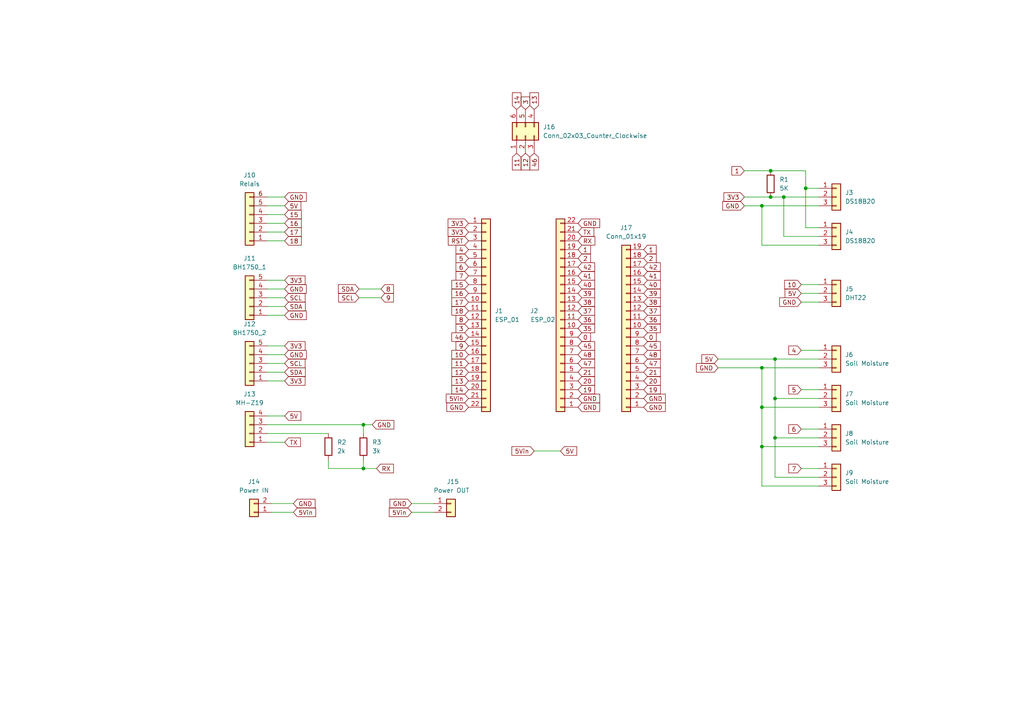
<source format=kicad_sch>
(kicad_sch (version 20211123) (generator eeschema)
  (paper "A4")
  (title_block (title "Geen Asisstant ESP Shield") (date "2025-06-24") (rev "1.0") (comment 1 "Author: Felix Wittwer"))
  (lib_symbols
    (symbol "Conn_01x22_1" (pin_names (offset 1.016) hide)
      (property "Reference" "J" (at 0 27.94 0))
      (property "Value" "Conn_01x22_1" (at 0 -30.48 0))
      (symbol "Conn_01x22_1_1_1"
        (rectangle (start -1.27 -27.813) (end 0 -28.067) (stroke (width 0.1524)))
        (rectangle (start -1.27 -25.273) (end 0 -25.527) (stroke (width 0.1524)))
        (rectangle (start -1.27 -22.733) (end 0 -22.987) (stroke (width 0.1524)))
        (rectangle (start -1.27 -20.193) (end 0 -20.447) (stroke (width 0.1524)))
        (rectangle (start -1.27 -17.653) (end 0 -17.907) (stroke (width 0.1524)))
        (rectangle (start -1.27 -15.113) (end 0 -15.367) (stroke (width 0.1524)))
        (rectangle (start -1.27 -12.573) (end 0 -12.827) (stroke (width 0.1524)))
        (rectangle (start -1.27 -10.033) (end 0 -10.287) (stroke (width 0.1524)))
        (rectangle (start -1.27 -7.493) (end 0 -7.747) (stroke (width 0.1524)))
        (rectangle (start -1.27 -4.953) (end 0 -5.207) (stroke (width 0.1524)))
        (rectangle (start -1.27 -2.413) (end 0 -2.667) (stroke (width 0.1524)))
        (rectangle (start -1.27 0.127) (end 0 -0.127) (stroke (width 0.1524)))
        (rectangle (start -1.27 2.667) (end 0 2.413) (stroke (width 0.1524)))
        (rectangle (start -1.27 5.207) (end 0 4.953) (stroke (width 0.1524)))
        (rectangle (start -1.27 7.747) (end 0 7.493) (stroke (width 0.1524)))
        (rectangle (start -1.27 10.287) (end 0 10.033) (stroke (width 0.1524)))
        (rectangle (start -1.27 12.827) (end 0 12.573) (stroke (width 0.1524)))
        (rectangle (start -1.27 15.367) (end 0 15.113) (stroke (width 0.1524)))
        (rectangle (start -1.27 17.907) (end 0 17.653) (stroke (width 0.1524)))
        (rectangle (start -1.27 20.447) (end 0 20.193) (stroke (width 0.1524)))
        (rectangle (start -1.27 22.987) (end 0 22.733) (stroke (width 0.1524)))
        (rectangle (start -1.27 25.527) (end 0 25.273) (stroke (width 0.1524)))
        (rectangle (start -1.27 26.67) (end 1.27 -29.21) (stroke (width 0.254)) (fill (type background)))
        (pin passive line (at -5.08 25.4 0) (length 3.81) (name "Pin_1") (number "1"))
        (pin passive line (at -5.08 2.54 0) (length 3.81) (name "Pin_10") (number "10"))
        (pin passive line (at -5.08 0 0) (length 3.81) (name "Pin_11") (number "11"))
        (pin passive line (at -5.08 -2.54 0) (length 3.81) (name "Pin_12") (number "12"))
        (pin passive line (at -5.08 -5.08 0) (length 3.81) (name "Pin_13") (number "13"))
        (pin passive line (at -5.08 -7.62 0) (length 3.81) (name "Pin_14") (number "14"))
        (pin passive line (at -5.08 -10.16 0) (length 3.81) (name "Pin_15") (number "15"))
        (pin passive line (at -5.08 -12.7 0) (length 3.81) (name "Pin_16") (number "16"))
        (pin passive line (at -5.08 -15.24 0) (length 3.81) (name "Pin_17") (number "17"))
        (pin passive line (at -5.08 -17.78 0) (length 3.81) (name "Pin_18") (number "18"))
        (pin passive line (at -5.08 -20.32 0) (length 3.81) (name "Pin_19") (number "19"))
        (pin passive line (at -5.08 22.86 0) (length 3.81) (name "Pin_2") (number "2"))
        (pin passive line (at -5.08 -22.86 0) (length 3.81) (name "Pin_20") (number "20"))
        (pin passive line (at -5.08 -25.4 0) (length 3.81) (name "Pin_21") (number "21"))
        (pin passive line (at -5.08 -27.94 0) (length 3.81) (name "Pin_22") (number "22"))
        (pin passive line (at -5.08 20.32 0) (length 3.81) (name "Pin_3") (number "3"))
        (pin passive line (at -5.08 17.78 0) (length 3.81) (name "Pin_4") (number "4"))
        (pin passive line (at -5.08 15.24 0) (length 3.81) (name "Pin_5") (number "5"))
        (pin passive line (at -5.08 12.7 0) (length 3.81) (name "Pin_6") (number "6"))
        (pin passive line (at -5.08 10.16 0) (length 3.81) (name "Pin_7") (number "7"))
        (pin passive line (at -5.08 7.62 0) (length 3.81) (name "Pin_8") (number "8"))
        (pin passive line (at -5.08 5.08 0) (length 3.81) (name "Pin_9") (number "9"))
      )
    )
    (symbol "Connector_Generic:Conn_01x02" (pin_names (offset 1.016) hide)
      (property "Reference" "J" (at 0 2.54 0))
      (property "Value" "Conn_01x02" (at 0 -5.08 0))
      (symbol "Conn_01x02_1_1"
        (rectangle (start -1.27 -2.413) (end 0 -2.667) (stroke (width 0.1524)))
        (rectangle (start -1.27 0.127) (end 0 -0.127) (stroke (width 0.1524)))
        (rectangle (start -1.27 1.27) (end 1.27 -3.81) (stroke (width 0.254)) (fill (type background)))
        (pin passive line (at -5.08 0 0) (length 3.81) (name "Pin_1") (number "1"))
        (pin passive line (at -5.08 -2.54 0) (length 3.81) (name "Pin_2") (number "2"))
      )
    )
    (symbol "Connector_Generic:Conn_01x03" (pin_names (offset 1.016) hide)
      (property "Reference" "J" (at 0 5.08 0))
      (property "Value" "Conn_01x03" (at 0 -5.08 0))
      (symbol "Conn_01x03_1_1"
        (rectangle (start -1.27 -2.413) (end 0 -2.667) (stroke (width 0.1524)))
        (rectangle (start -1.27 0.127) (end 0 -0.127) (stroke (width 0.1524)))
        (rectangle (start -1.27 2.667) (end 0 2.413) (stroke (width 0.1524)))
        (rectangle (start -1.27 3.81) (end 1.27 -3.81) (stroke (width 0.254)) (fill (type background)))
        (pin passive line (at -5.08 2.54 0) (length 3.81) (name "Pin_1") (number "1"))
        (pin passive line (at -5.08 0 0) (length 3.81) (name "Pin_2") (number "2"))
        (pin passive line (at -5.08 -2.54 0) (length 3.81) (name "Pin_3") (number "3"))
      )
    )
    (symbol "Connector_Generic:Conn_01x04" (pin_names (offset 1.016) hide)
      (property "Reference" "J" (at 0 5.08 0))
      (property "Value" "Conn_01x04" (at 0 -7.62 0))
      (symbol "Conn_01x04_1_1"
        (rectangle (start -1.27 -4.953) (end 0 -5.207) (stroke (width 0.1524)))
        (rectangle (start -1.27 -2.413) (end 0 -2.667) (stroke (width 0.1524)))
        (rectangle (start -1.27 0.127) (end 0 -0.127) (stroke (width 0.1524)))
        (rectangle (start -1.27 2.667) (end 0 2.413) (stroke (width 0.1524)))
        (rectangle (start -1.27 3.81) (end 1.27 -6.35) (stroke (width 0.254)) (fill (type background)))
        (pin passive line (at -5.08 2.54 0) (length 3.81) (name "Pin_1") (number "1"))
        (pin passive line (at -5.08 0 0) (length 3.81) (name "Pin_2") (number "2"))
        (pin passive line (at -5.08 -2.54 0) (length 3.81) (name "Pin_3") (number "3"))
        (pin passive line (at -5.08 -5.08 0) (length 3.81) (name "Pin_4") (number "4"))
      )
    )
    (symbol "Connector_Generic:Conn_01x05" (pin_names (offset 1.016) hide)
      (property "Reference" "J" (at 0 7.62 0))
      (property "Value" "Conn_01x05" (at 0 -7.62 0))
      (symbol "Conn_01x05_1_1"
        (rectangle (start -1.27 -4.953) (end 0 -5.207) (stroke (width 0.1524)))
        (rectangle (start -1.27 -2.413) (end 0 -2.667) (stroke (width 0.1524)))
        (rectangle (start -1.27 0.127) (end 0 -0.127) (stroke (width 0.1524)))
        (rectangle (start -1.27 2.667) (end 0 2.413) (stroke (width 0.1524)))
        (rectangle (start -1.27 5.207) (end 0 4.953) (stroke (width 0.1524)))
        (rectangle (start -1.27 6.35) (end 1.27 -6.35) (stroke (width 0.254)) (fill (type background)))
        (pin passive line (at -5.08 5.08 0) (length 3.81) (name "Pin_1") (number "1"))
        (pin passive line (at -5.08 2.54 0) (length 3.81) (name "Pin_2") (number "2"))
        (pin passive line (at -5.08 0 0) (length 3.81) (name "Pin_3") (number "3"))
        (pin passive line (at -5.08 -2.54 0) (length 3.81) (name "Pin_4") (number "4"))
        (pin passive line (at -5.08 -5.08 0) (length 3.81) (name "Pin_5") (number "5"))
      )
    )
    (symbol "Connector_Generic:Conn_01x06" (pin_names (offset 1.016) hide)
      (property "Reference" "J" (at 0 7.62 0))
      (property "Value" "Conn_01x06" (at 0 -10.16 0))
      (symbol "Conn_01x06_1_1"
        (rectangle (start -1.27 -7.493) (end 0 -7.747) (stroke (width 0.1524)))
        (rectangle (start -1.27 -4.953) (end 0 -5.207) (stroke (width 0.1524)))
        (rectangle (start -1.27 -2.413) (end 0 -2.667) (stroke (width 0.1524)))
        (rectangle (start -1.27 0.127) (end 0 -0.127) (stroke (width 0.1524)))
        (rectangle (start -1.27 2.667) (end 0 2.413) (stroke (width 0.1524)))
        (rectangle (start -1.27 5.207) (end 0 4.953) (stroke (width 0.1524)))
        (rectangle (start -1.27 6.35) (end 1.27 -8.89) (stroke (width 0.254)) (fill (type background)))
        (pin passive line (at -5.08 5.08 0) (length 3.81) (name "Pin_1") (number "1"))
        (pin passive line (at -5.08 2.54 0) (length 3.81) (name "Pin_2") (number "2"))
        (pin passive line (at -5.08 0 0) (length 3.81) (name "Pin_3") (number "3"))
        (pin passive line (at -5.08 -2.54 0) (length 3.81) (name "Pin_4") (number "4"))
        (pin passive line (at -5.08 -5.08 0) (length 3.81) (name "Pin_5") (number "5"))
        (pin passive line (at -5.08 -7.62 0) (length 3.81) (name "Pin_6") (number "6"))
      )
    )
    (symbol "Connector_Generic:Conn_01x19" (pin_names (offset 1.016) hide)
      (property "Reference" "J" (at 0 25.4 0))
      (property "Value" "Conn_01x19" (at 0 -25.4 0))
      (symbol "Conn_01x19_1_1"
        (rectangle (start -1.27 -22.733) (end 0 -22.987) (stroke (width 0.1524)))
        (rectangle (start -1.27 -20.193) (end 0 -20.447) (stroke (width 0.1524)))
        (rectangle (start -1.27 -17.653) (end 0 -17.907) (stroke (width 0.1524)))
        (rectangle (start -1.27 -15.113) (end 0 -15.367) (stroke (width 0.1524)))
        (rectangle (start -1.27 -12.573) (end 0 -12.827) (stroke (width 0.1524)))
        (rectangle (start -1.27 -10.033) (end 0 -10.287) (stroke (width 0.1524)))
        (rectangle (start -1.27 -7.493) (end 0 -7.747) (stroke (width 0.1524)))
        (rectangle (start -1.27 -4.953) (end 0 -5.207) (stroke (width 0.1524)))
        (rectangle (start -1.27 -2.413) (end 0 -2.667) (stroke (width 0.1524)))
        (rectangle (start -1.27 0.127) (end 0 -0.127) (stroke (width 0.1524)))
        (rectangle (start -1.27 2.667) (end 0 2.413) (stroke (width 0.1524)))
        (rectangle (start -1.27 5.207) (end 0 4.953) (stroke (width 0.1524)))
        (rectangle (start -1.27 7.747) (end 0 7.493) (stroke (width 0.1524)))
        (rectangle (start -1.27 10.287) (end 0 10.033) (stroke (width 0.1524)))
        (rectangle (start -1.27 12.827) (end 0 12.573) (stroke (width 0.1524)))
        (rectangle (start -1.27 15.367) (end 0 15.113) (stroke (width 0.1524)))
        (rectangle (start -1.27 17.907) (end 0 17.653) (stroke (width 0.1524)))
        (rectangle (start -1.27 20.447) (end 0 20.193) (stroke (width 0.1524)))
        (rectangle (start -1.27 22.987) (end 0 22.733) (stroke (width 0.1524)))
        (rectangle (start -1.27 24.13) (end 1.27 -24.13) (stroke (width 0.254)) (fill (type background)))
        (pin passive line (at -5.08 22.86 0) (length 3.81) (name "Pin_1") (number "1"))
        (pin passive line (at -5.08 0 0) (length 3.81) (name "Pin_10") (number "10"))
        (pin passive line (at -5.08 -2.54 0) (length 3.81) (name "Pin_11") (number "11"))
        (pin passive line (at -5.08 -5.08 0) (length 3.81) (name "Pin_12") (number "12"))
        (pin passive line (at -5.08 -7.62 0) (length 3.81) (name "Pin_13") (number "13"))
        (pin passive line (at -5.08 -10.16 0) (length 3.81) (name "Pin_14") (number "14"))
        (pin passive line (at -5.08 -12.7 0) (length 3.81) (name "Pin_15") (number "15"))
        (pin passive line (at -5.08 -15.24 0) (length 3.81) (name "Pin_16") (number "16"))
        (pin passive line (at -5.08 -17.78 0) (length 3.81) (name "Pin_17") (number "17"))
        (pin passive line (at -5.08 -20.32 0) (length 3.81) (name "Pin_18") (number "18"))
        (pin passive line (at -5.08 -22.86 0) (length 3.81) (name "Pin_19") (number "19"))
        (pin passive line (at -5.08 20.32 0) (length 3.81) (name "Pin_2") (number "2"))
        (pin passive line (at -5.08 17.78 0) (length 3.81) (name "Pin_3") (number "3"))
        (pin passive line (at -5.08 15.24 0) (length 3.81) (name "Pin_4") (number "4"))
        (pin passive line (at -5.08 12.7 0) (length 3.81) (name "Pin_5") (number "5"))
        (pin passive line (at -5.08 10.16 0) (length 3.81) (name "Pin_6") (number "6"))
        (pin passive line (at -5.08 7.62 0) (length 3.81) (name "Pin_7") (number "7"))
        (pin passive line (at -5.08 5.08 0) (length 3.81) (name "Pin_8") (number "8"))
        (pin passive line (at -5.08 2.54 0) (length 3.81) (name "Pin_9") (number "9"))
      )
    )
    (symbol "Connector_Generic:Conn_01x22" (pin_names (offset 1.016) hide)
      (property "Reference" "J" (at 0 27.94 0))
      (property "Value" "Conn_01x22" (at 0 -30.48 0))
      (symbol "Conn_01x22_1_1"
        (rectangle (start -1.27 -27.813) (end 0 -28.067) (stroke (width 0.1524)))
        (rectangle (start -1.27 -25.273) (end 0 -25.527) (stroke (width 0.1524)))
        (rectangle (start -1.27 -22.733) (end 0 -22.987) (stroke (width 0.1524)))
        (rectangle (start -1.27 -20.193) (end 0 -20.447) (stroke (width 0.1524)))
        (rectangle (start -1.27 -17.653) (end 0 -17.907) (stroke (width 0.1524)))
        (rectangle (start -1.27 -15.113) (end 0 -15.367) (stroke (width 0.1524)))
        (rectangle (start -1.27 -12.573) (end 0 -12.827) (stroke (width 0.1524)))
        (rectangle (start -1.27 -10.033) (end 0 -10.287) (stroke (width 0.1524)))
        (rectangle (start -1.27 -7.493) (end 0 -7.747) (stroke (width 0.1524)))
        (rectangle (start -1.27 -4.953) (end 0 -5.207) (stroke (width 0.1524)))
        (rectangle (start -1.27 -2.413) (end 0 -2.667) (stroke (width 0.1524)))
        (rectangle (start -1.27 0.127) (end 0 -0.127) (stroke (width 0.1524)))
        (rectangle (start -1.27 2.667) (end 0 2.413) (stroke (width 0.1524)))
        (rectangle (start -1.27 5.207) (end 0 4.953) (stroke (width 0.1524)))
        (rectangle (start -1.27 7.747) (end 0 7.493) (stroke (width 0.1524)))
        (rectangle (start -1.27 10.287) (end 0 10.033) (stroke (width 0.1524)))
        (rectangle (start -1.27 12.827) (end 0 12.573) (stroke (width 0.1524)))
        (rectangle (start -1.27 15.367) (end 0 15.113) (stroke (width 0.1524)))
        (rectangle (start -1.27 17.907) (end 0 17.653) (stroke (width 0.1524)))
        (rectangle (start -1.27 20.447) (end 0 20.193) (stroke (width 0.1524)))
        (rectangle (start -1.27 22.987) (end 0 22.733) (stroke (width 0.1524)))
        (rectangle (start -1.27 25.527) (end 0 25.273) (stroke (width 0.1524)))
        (rectangle (start -1.27 26.67) (end 1.27 -29.21) (stroke (width 0.254)) (fill (type background)))
        (pin passive line (at -5.08 25.4 0) (length 3.81) (name "Pin_1") (number "1"))
        (pin passive line (at -5.08 2.54 0) (length 3.81) (name "Pin_10") (number "10"))
        (pin passive line (at -5.08 0 0) (length 3.81) (name "Pin_11") (number "11"))
        (pin passive line (at -5.08 -2.54 0) (length 3.81) (name "Pin_12") (number "12"))
        (pin passive line (at -5.08 -5.08 0) (length 3.81) (name "Pin_13") (number "13"))
        (pin passive line (at -5.08 -7.62 0) (length 3.81) (name "Pin_14") (number "14"))
        (pin passive line (at -5.08 -10.16 0) (length 3.81) (name "Pin_15") (number "15"))
        (pin passive line (at -5.08 -12.7 0) (length 3.81) (name "Pin_16") (number "16"))
        (pin passive line (at -5.08 -15.24 0) (length 3.81) (name "Pin_17") (number "17"))
        (pin passive line (at -5.08 -17.78 0) (length 3.81) (name "Pin_18") (number "18"))
        (pin passive line (at -5.08 -20.32 0) (length 3.81) (name "Pin_19") (number "19"))
        (pin passive line (at -5.08 22.86 0) (length 3.81) (name "Pin_2") (number "2"))
        (pin passive line (at -5.08 -22.86 0) (length 3.81) (name "Pin_20") (number "20"))
        (pin passive line (at -5.08 -25.4 0) (length 3.81) (name "Pin_21") (number "21"))
        (pin passive line (at -5.08 -27.94 0) (length 3.81) (name "Pin_22") (number "22"))
        (pin passive line (at -5.08 20.32 0) (length 3.81) (name "Pin_3") (number "3"))
        (pin passive line (at -5.08 17.78 0) (length 3.81) (name "Pin_4") (number "4"))
        (pin passive line (at -5.08 15.24 0) (length 3.81) (name "Pin_5") (number "5"))
        (pin passive line (at -5.08 12.7 0) (length 3.81) (name "Pin_6") (number "6"))
        (pin passive line (at -5.08 10.16 0) (length 3.81) (name "Pin_7") (number "7"))
        (pin passive line (at -5.08 7.62 0) (length 3.81) (name "Pin_8") (number "8"))
        (pin passive line (at -5.08 5.08 0) (length 3.81) (name "Pin_9") (number "9"))
      )
    )
    (symbol "Connector_Generic:Conn_02x03_Counter_Clockwise" (pin_names (offset 1.016) hide)
      (property "Reference" "J" (at 1.27 5.08 0))
      (property "Value" "Conn_02x03_Counter_Clockwise" (at 1.27 -5.08 0))
      (symbol "Conn_02x03_Counter_Clockwise_1_1"
        (rectangle (start -1.27 -2.413) (end 0 -2.667) (stroke (width 0.1524)))
        (rectangle (start -1.27 0.127) (end 0 -0.127) (stroke (width 0.1524)))
        (rectangle (start -1.27 2.667) (end 0 2.413) (stroke (width 0.1524)))
        (rectangle (start -1.27 3.81) (end 3.81 -3.81) (stroke (width 0.254)) (fill (type background)))
        (rectangle (start 3.81 -2.413) (end 2.54 -2.667) (stroke (width 0.1524)))
        (rectangle (start 3.81 0.127) (end 2.54 -0.127) (stroke (width 0.1524)))
        (rectangle (start 3.81 2.667) (end 2.54 2.413) (stroke (width 0.1524)))
        (pin passive line (at -5.08 2.54 0) (length 3.81) (name "Pin_1") (number "1"))
        (pin passive line (at -5.08 0 0) (length 3.81) (name "Pin_2") (number "2"))
        (pin passive line (at -5.08 -2.54 0) (length 3.81) (name "Pin_3") (number "3"))
        (pin passive line (at 7.62 -2.54 180) (length 3.81) (name "Pin_4") (number "4"))
        (pin passive line (at 7.62 0 180) (length 3.81) (name "Pin_5") (number "5"))
        (pin passive line (at 7.62 2.54 180) (length 3.81) (name "Pin_6") (number "6"))
      )
    )
    (symbol "Device:R" (pin_numbers hide) (pin_names (offset 0))
      (property "Reference" "R" (at 2.032 0 90))
      (property "Value" "R" (at 0 0 90))
      (symbol "R_0_1"
        (rectangle (start -1.016 -2.54) (end 1.016 2.54) (stroke (width 0.254)))
      )
      (symbol "R_1_1"
        (pin passive line (at 0 3.81 270) (length 1.27) (name "~") (number "1"))
        (pin passive line (at 0 -3.81 90) (length 1.27) (name "~") (number "2"))
      )
    )
  )
  (junction (at 233.68 54.61))
  (junction (at 227.33 57.15))
  (junction (at 224.79 104.14))
  (junction (at 224.79 127))
  (junction (at 105.41 135.89))
  (junction (at 220.98 106.68))
  (junction (at 220.98 59.69))
  (junction (at 223.52 49.53))
  (junction (at 105.41 123.19))
  (junction (at 220.98 129.54))
  (junction (at 224.79 115.57))
  (junction (at 220.98 118.11))
  (junction (at 223.52 57.15))
  (wire (pts (xy 224.79 115.57) (xy 224.79 104.14)))
  (wire (pts (xy 105.41 135.89) (xy 109.22 135.89)))
  (wire (pts (xy 77.47 59.69) (xy 82.55 59.69)))
  (wire (pts (xy 237.49 129.54) (xy 220.98 129.54)))
  (wire (pts (xy 237.49 127) (xy 224.79 127)))
  (wire (pts (xy 233.68 54.61) (xy 233.68 66.04)))
  (wire (pts (xy 77.47 105.41) (xy 82.55 105.41)))
  (wire (pts (xy 232.41 85.09) (xy 237.49 85.09)))
  (wire (pts (xy 237.49 71.12) (xy 220.98 71.12)))
  (wire (pts (xy 77.47 88.9) (xy 82.55 88.9)))
  (wire (pts (xy 77.47 69.85) (xy 82.55 69.85)))
  (wire (pts (xy 232.41 135.89) (xy 237.49 135.89)))
  (wire (pts (xy 77.47 128.27) (xy 82.55 128.27)))
  (wire (pts (xy 215.9 59.69) (xy 220.98 59.69)))
  (wire (pts (xy 119.38 146.05) (xy 125.73 146.05)))
  (wire (pts (xy 237.49 115.57) (xy 224.79 115.57)))
  (wire (pts (xy 233.68 66.04) (xy 237.49 66.04)))
  (wire (pts (xy 110.49 83.82) (xy 104.14 83.82)))
  (wire (pts (xy 95.25 133.35) (xy 95.25 135.89)))
  (wire (pts (xy 105.41 133.35) (xy 105.41 135.89)))
  (wire (pts (xy 223.52 57.15) (xy 227.33 57.15)))
  (wire (pts (xy 77.47 83.82) (xy 82.55 83.82)))
  (wire (pts (xy 77.47 57.15) (xy 82.55 57.15)))
  (wire (pts (xy 215.9 49.53) (xy 223.52 49.53)))
  (wire (pts (xy 105.41 123.19) (xy 105.41 125.73)))
  (wire (pts (xy 77.47 120.65) (xy 82.55 120.65)))
  (wire (pts (xy 154.94 130.81) (xy 162.56 130.81)))
  (wire (pts (xy 220.98 118.11) (xy 220.98 106.68)))
  (wire (pts (xy 223.52 49.53) (xy 233.68 49.53)))
  (wire (pts (xy 105.41 123.19) (xy 107.95 123.19)))
  (wire (pts (xy 232.41 82.55) (xy 237.49 82.55)))
  (wire (pts (xy 77.47 67.31) (xy 82.55 67.31)))
  (wire (pts (xy 227.33 57.15) (xy 237.49 57.15)))
  (wire (pts (xy 77.47 102.87) (xy 82.55 102.87)))
  (wire (pts (xy 77.47 100.33) (xy 82.55 100.33)))
  (wire (pts (xy 232.41 124.46) (xy 237.49 124.46)))
  (wire (pts (xy 233.68 49.53) (xy 233.68 54.61)))
  (wire (pts (xy 237.49 138.43) (xy 224.79 138.43)))
  (wire (pts (xy 237.49 118.11) (xy 220.98 118.11)))
  (wire (pts (xy 233.68 54.61) (xy 237.49 54.61)))
  (wire (pts (xy 78.74 148.59) (xy 85.09 148.59)))
  (wire (pts (xy 77.47 62.23) (xy 82.55 62.23)))
  (wire (pts (xy 77.47 64.77) (xy 82.55 64.77)))
  (wire (pts (xy 224.79 104.14) (xy 237.49 104.14)))
  (wire (pts (xy 232.41 87.63) (xy 237.49 87.63)))
  (wire (pts (xy 119.38 148.59) (xy 125.73 148.59)))
  (wire (pts (xy 77.47 123.19) (xy 105.41 123.19)))
  (wire (pts (xy 220.98 129.54) (xy 220.98 118.11)))
  (wire (pts (xy 232.41 113.03) (xy 237.49 113.03)))
  (wire (pts (xy 227.33 57.15) (xy 227.33 68.58)))
  (wire (pts (xy 220.98 106.68) (xy 237.49 106.68)))
  (wire (pts (xy 224.79 127) (xy 224.79 115.57)))
  (wire (pts (xy 77.47 125.73) (xy 95.25 125.73)))
  (wire (pts (xy 215.9 57.15) (xy 223.52 57.15)))
  (wire (pts (xy 224.79 138.43) (xy 224.79 127)))
  (wire (pts (xy 77.47 81.28) (xy 82.55 81.28)))
  (wire (pts (xy 78.74 146.05) (xy 85.09 146.05)))
  (wire (pts (xy 220.98 71.12) (xy 220.98 59.69)))
  (wire (pts (xy 77.47 86.36) (xy 82.55 86.36)))
  (wire (pts (xy 110.49 86.36) (xy 104.14 86.36)))
  (wire (pts (xy 220.98 140.97) (xy 220.98 129.54)))
  (wire (pts (xy 208.28 106.68) (xy 220.98 106.68)))
  (wire (pts (xy 77.47 107.95) (xy 82.55 107.95)))
  (wire (pts (xy 208.28 104.14) (xy 224.79 104.14)))
  (wire (pts (xy 95.25 135.89) (xy 105.41 135.89)))
  (wire (pts (xy 237.49 140.97) (xy 220.98 140.97)))
  (wire (pts (xy 232.41 101.6) (xy 237.49 101.6)))
  (wire (pts (xy 220.98 59.69) (xy 237.49 59.69)))
  (wire (pts (xy 77.47 110.49) (xy 82.55 110.49)))
  (wire (pts (xy 77.47 91.44) (xy 82.55 91.44)))
  (wire (pts (xy 227.33 68.58) (xy 237.49 68.58)))
  (global_label "4" (shape input) (at 232.41 101.6 180) (property "Intersheet References" "${INTERSHEET_REFS}" (effects hide)))
  (global_label "20" (shape input) (at 167.64 110.49 0) (property "Intersheet References" "${INTERSHEET_REFS}" (effects hide)))
  (global_label "18" (shape input) (at 82.55 69.85 0) (property "Intersheet References" "${INTERSHEET_REFS}" (effects hide)))
  (global_label "GND" (shape input) (at 215.9 59.69 180) (property "Intersheet References" "${INTERSHEET_REFS}" (effects hide)))
  (global_label "5V" (shape input) (at 208.28 104.14 180) (property "Intersheet References" "${INTERSHEET_REFS}" (effects hide)))
  (global_label "13" (shape input) (at 135.89 110.49 180) (property "Intersheet References" "${INTERSHEET_REFS}" (effects hide)))
  (global_label "39" (shape input) (at 167.64 85.09 0) (property "Intersheet References" "${INTERSHEET_REFS}" (effects hide)))
  (global_label "3V3" (shape input) (at 82.55 81.28 0) (property "Intersheet References" "${INTERSHEET_REFS}" (effects hide)))
  (global_label "GND" (shape input) (at 107.95 123.19 0) (property "Intersheet References" "${INTERSHEET_REFS}" (effects hide)))
  (global_label "11" (shape input) (at 149.86 44.45 270) (property "Intersheet References" "${INTERSHEET_REFS}" (effects hide)))
  (global_label "40" (shape input) (at 167.64 82.55 0) (property "Intersheet References" "${INTERSHEET_REFS}" (effects hide)))
  (global_label "15" (shape input) (at 82.55 62.23 0) (property "Intersheet References" "${INTERSHEET_REFS}" (effects hide)))
  (global_label "14" (shape input) (at 149.86 31.75 90) (property "Intersheet References" "${INTERSHEET_REFS}" (effects hide)))
  (global_label "3V3" (shape input) (at 135.89 64.77 180) (property "Intersheet References" "${INTERSHEET_REFS}" (effects hide)))
  (global_label "37" (shape input) (at 167.64 90.17 0) (property "Intersheet References" "${INTERSHEET_REFS}" (effects hide)))
  (global_label "2" (shape input) (at 186.69 74.93 0) (property "Intersheet References" "${INTERSHEET_REFS}" (effects hide)))
  (global_label "SCL" (shape input) (at 82.55 105.41 0) (property "Intersheet References" "${INTERSHEET_REFS}" (effects hide)))
  (global_label "5V" (shape input) (at 162.56 130.81 0) (property "Intersheet References" "${INTERSHEET_REFS}" (effects hide)))
  (global_label "36" (shape input) (at 167.64 92.71 0) (property "Intersheet References" "${INTERSHEET_REFS}" (effects hide)))
  (global_label "RX" (shape input) (at 167.64 69.85 0) (property "Intersheet References" "${INTERSHEET_REFS}" (effects hide)))
  (global_label "9" (shape input) (at 135.89 100.33 180) (property "Intersheet References" "${INTERSHEET_REFS}" (effects hide)))
  (global_label "8" (shape input) (at 135.89 92.71 180) (property "Intersheet References" "${INTERSHEET_REFS}" (effects hide)))
  (global_label "35" (shape input) (at 186.69 95.25 0) (property "Intersheet References" "${INTERSHEET_REFS}" (effects hide)))
  (global_label "3" (shape input) (at 135.89 95.25 180) (property "Intersheet References" "${INTERSHEET_REFS}" (effects hide)))
  (global_label "5V" (shape input) (at 82.55 59.69 0) (property "Intersheet References" "${INTERSHEET_REFS}" (effects hide)))
  (global_label "GND" (shape input) (at 82.55 102.87 0) (property "Intersheet References" "${INTERSHEET_REFS}" (effects hide)))
  (global_label "1" (shape input) (at 167.64 72.39 0) (property "Intersheet References" "${INTERSHEET_REFS}" (effects hide)))
  (global_label "5V" (shape input) (at 232.41 85.09 180) (property "Intersheet References" "${INTERSHEET_REFS}" (effects hide)))
  (global_label "14" (shape input) (at 135.89 113.03 180) (property "Intersheet References" "${INTERSHEET_REFS}" (effects hide)))
  (global_label "GND" (shape input) (at 119.38 146.05 180) (property "Intersheet References" "${INTERSHEET_REFS}" (effects hide)))
  (global_label "SDA" (shape input) (at 82.55 88.9 0) (property "Intersheet References" "${INTERSHEET_REFS}" (effects hide)))
  (global_label "40" (shape input) (at 186.69 82.55 0) (property "Intersheet References" "${INTERSHEET_REFS}" (effects hide)))
  (global_label "0" (shape input) (at 186.69 97.79 0) (property "Intersheet References" "${INTERSHEET_REFS}" (effects hide)))
  (global_label "TX" (shape input) (at 167.64 67.31 0) (property "Intersheet References" "${INTERSHEET_REFS}" (effects hide)))
  (global_label "47" (shape input) (at 167.64 105.41 0) (property "Intersheet References" "${INTERSHEET_REFS}" (effects hide)))
  (global_label "11" (shape input) (at 135.89 105.41 180) (property "Intersheet References" "${INTERSHEET_REFS}" (effects hide)))
  (global_label "41" (shape input) (at 167.64 80.01 0) (property "Intersheet References" "${INTERSHEET_REFS}" (effects hide)))
  (global_label "46" (shape input) (at 154.94 44.45 270) (property "Intersheet References" "${INTERSHEET_REFS}" (effects hide)))
  (global_label "1" (shape input) (at 186.69 72.39 0) (property "Intersheet References" "${INTERSHEET_REFS}" (effects hide)))
  (global_label "19" (shape input) (at 167.64 113.03 0) (property "Intersheet References" "${INTERSHEET_REFS}" (effects hide)))
  (global_label "SDA" (shape input) (at 104.14 83.82 180) (property "Intersheet References" "${INTERSHEET_REFS}" (effects hide)))
  (global_label "39" (shape input) (at 186.69 85.09 0) (property "Intersheet References" "${INTERSHEET_REFS}" (effects hide)))
  (global_label "0" (shape input) (at 167.64 97.79 0) (property "Intersheet References" "${INTERSHEET_REFS}" (effects hide)))
  (global_label "GND" (shape input) (at 167.64 118.11 0) (property "Intersheet References" "${INTERSHEET_REFS}" (effects hide)))
  (global_label "8" (shape input) (at 110.49 83.82 0) (property "Intersheet References" "${INTERSHEET_REFS}" (effects hide)))
  (global_label "17" (shape input) (at 82.55 67.31 0) (property "Intersheet References" "${INTERSHEET_REFS}" (effects hide)))
  (global_label "7" (shape input) (at 232.41 135.89 180) (property "Intersheet References" "${INTERSHEET_REFS}" (effects hide)))
  (global_label "2" (shape input) (at 167.64 74.93 0) (property "Intersheet References" "${INTERSHEET_REFS}" (effects hide)))
  (global_label "38" (shape input) (at 167.64 87.63 0) (property "Intersheet References" "${INTERSHEET_REFS}" (effects hide)))
  (global_label "46" (shape input) (at 135.89 97.79 180) (property "Intersheet References" "${INTERSHEET_REFS}" (effects hide)))
  (global_label "10" (shape input) (at 135.89 102.87 180) (property "Intersheet References" "${INTERSHEET_REFS}" (effects hide)))
  (global_label "38" (shape input) (at 186.69 87.63 0) (property "Intersheet References" "${INTERSHEET_REFS}" (effects hide)))
  (global_label "21" (shape input) (at 167.64 107.95 0) (property "Intersheet References" "${INTERSHEET_REFS}" (effects hide)))
  (global_label "GND" (shape input) (at 167.64 64.77 0) (property "Intersheet References" "${INTERSHEET_REFS}" (effects hide)))
  (global_label "9" (shape input) (at 110.49 86.36 0) (property "Intersheet References" "${INTERSHEET_REFS}" (effects hide)))
  (global_label "5V" (shape input) (at 82.55 120.65 0) (property "Intersheet References" "${INTERSHEET_REFS}" (effects hide)))
  (global_label "3V3" (shape input) (at 82.55 110.49 0) (property "Intersheet References" "${INTERSHEET_REFS}" (effects hide)))
  (global_label "RST" (shape input) (at 135.89 69.85 180) (property "Intersheet References" "${INTERSHEET_REFS}" (effects hide)))
  (global_label "1" (shape input) (at 215.9 49.53 180) (property "Intersheet References" "${INTERSHEET_REFS}" (effects hide)))
  (global_label "GND" (shape input) (at 186.69 115.57 0) (property "Intersheet References" "${INTERSHEET_REFS}" (effects hide)))
  (global_label "3" (shape input) (at 152.4 31.75 90) (property "Intersheet References" "${INTERSHEET_REFS}" (effects hide)))
  (global_label "6" (shape input) (at 135.89 77.47 180) (property "Intersheet References" "${INTERSHEET_REFS}" (effects hide)))
  (global_label "16" (shape input) (at 82.55 64.77 0) (property "Intersheet References" "${INTERSHEET_REFS}" (effects hide)))
  (global_label "7" (shape input) (at 135.89 80.01 180) (property "Intersheet References" "${INTERSHEET_REFS}" (effects hide)))
  (global_label "5Vin" (shape input) (at 135.89 115.57 180) (property "Intersheet References" "${INTERSHEET_REFS}" (effects hide)))
  (global_label "36" (shape input) (at 186.69 92.71 0) (property "Intersheet References" "${INTERSHEET_REFS}" (effects hide)))
  (global_label "GND" (shape input) (at 85.09 146.05 0) (property "Intersheet References" "${INTERSHEET_REFS}" (effects hide)))
  (global_label "RX" (shape input) (at 109.22 135.89 0) (property "Intersheet References" "${INTERSHEET_REFS}" (effects hide)))
  (global_label "20" (shape input) (at 186.69 110.49 0) (property "Intersheet References" "${INTERSHEET_REFS}" (effects hide)))
  (global_label "48" (shape input) (at 186.69 102.87 0) (property "Intersheet References" "${INTERSHEET_REFS}" (effects hide)))
  (global_label "21" (shape input) (at 186.69 107.95 0) (property "Intersheet References" "${INTERSHEET_REFS}" (effects hide)))
  (global_label "4" (shape input) (at 135.89 72.39 180) (property "Intersheet References" "${INTERSHEET_REFS}" (effects hide)))
  (global_label "12" (shape input) (at 152.4 44.45 270) (property "Intersheet References" "${INTERSHEET_REFS}" (effects hide)))
  (global_label "37" (shape input) (at 186.69 90.17 0) (property "Intersheet References" "${INTERSHEET_REFS}" (effects hide)))
  (global_label "10" (shape input) (at 232.41 82.55 180) (property "Intersheet References" "${INTERSHEET_REFS}" (effects hide)))
  (global_label "5Vin" (shape input) (at 85.09 148.59 0) (property "Intersheet References" "${INTERSHEET_REFS}" (effects hide)))
  (global_label "45" (shape input) (at 167.64 100.33 0) (property "Intersheet References" "${INTERSHEET_REFS}" (effects hide)))
  (global_label "3V3" (shape input) (at 82.55 100.33 0) (property "Intersheet References" "${INTERSHEET_REFS}" (effects hide)))
  (global_label "5Vin" (shape input) (at 119.38 148.59 180) (property "Intersheet References" "${INTERSHEET_REFS}" (effects hide)))
  (global_label "13" (shape input) (at 154.94 31.75 90) (property "Intersheet References" "${INTERSHEET_REFS}" (effects hide)))
  (global_label "TX" (shape input) (at 82.55 128.27 0) (property "Intersheet References" "${INTERSHEET_REFS}" (effects hide)))
  (global_label "SCL" (shape input) (at 104.14 86.36 180) (property "Intersheet References" "${INTERSHEET_REFS}" (effects hide)))
  (global_label "GND" (shape input) (at 82.55 83.82 0) (property "Intersheet References" "${INTERSHEET_REFS}" (effects hide)))
  (global_label "3V3" (shape input) (at 215.9 57.15 180) (property "Intersheet References" "${INTERSHEET_REFS}" (effects hide)))
  (global_label "GND" (shape input) (at 135.89 118.11 180) (property "Intersheet References" "${INTERSHEET_REFS}" (effects hide)))
  (global_label "GND" (shape input) (at 82.55 57.15 0) (property "Intersheet References" "${INTERSHEET_REFS}" (effects hide)))
  (global_label "48" (shape input) (at 167.64 102.87 0) (property "Intersheet References" "${INTERSHEET_REFS}" (effects hide)))
  (global_label "15" (shape input) (at 135.89 82.55 180) (property "Intersheet References" "${INTERSHEET_REFS}" (effects hide)))
  (global_label "18" (shape input) (at 135.89 90.17 180) (property "Intersheet References" "${INTERSHEET_REFS}" (effects hide)))
  (global_label "45" (shape input) (at 186.69 100.33 0) (property "Intersheet References" "${INTERSHEET_REFS}" (effects hide)))
  (global_label "5" (shape input) (at 135.89 74.93 180) (property "Intersheet References" "${INTERSHEET_REFS}" (effects hide)))
  (global_label "17" (shape input) (at 135.89 87.63 180) (property "Intersheet References" "${INTERSHEET_REFS}" (effects hide)))
  (global_label "GND" (shape input) (at 82.55 91.44 0) (property "Intersheet References" "${INTERSHEET_REFS}" (effects hide)))
  (global_label "5Vin" (shape input) (at 154.94 130.81 180) (property "Intersheet References" "${INTERSHEET_REFS}" (effects hide)))
  (global_label "19" (shape input) (at 186.69 113.03 0) (property "Intersheet References" "${INTERSHEET_REFS}" (effects hide)))
  (global_label "GND" (shape input) (at 208.28 106.68 180) (property "Intersheet References" "${INTERSHEET_REFS}" (effects hide)))
  (global_label "GND" (shape input) (at 186.69 118.11 0) (property "Intersheet References" "${INTERSHEET_REFS}" (effects hide)))
  (global_label "5" (shape input) (at 232.41 113.03 180) (property "Intersheet References" "${INTERSHEET_REFS}" (effects hide)))
  (global_label "SDA" (shape input) (at 82.55 107.95 0) (property "Intersheet References" "${INTERSHEET_REFS}" (effects hide)))
  (global_label "42" (shape input) (at 186.69 77.47 0) (property "Intersheet References" "${INTERSHEET_REFS}" (effects hide)))
  (global_label "41" (shape input) (at 186.69 80.01 0) (property "Intersheet References" "${INTERSHEET_REFS}" (effects hide)))
  (global_label "12" (shape input) (at 135.89 107.95 180) (property "Intersheet References" "${INTERSHEET_REFS}" (effects hide)))
  (global_label "16" (shape input) (at 135.89 85.09 180) (property "Intersheet References" "${INTERSHEET_REFS}" (effects hide)))
  (global_label "42" (shape input) (at 167.64 77.47 0) (property "Intersheet References" "${INTERSHEET_REFS}" (effects hide)))
  (global_label "47" (shape input) (at 186.69 105.41 0) (property "Intersheet References" "${INTERSHEET_REFS}" (effects hide)))
  (global_label "GND" (shape input) (at 167.64 115.57 0) (property "Intersheet References" "${INTERSHEET_REFS}" (effects hide)))
  (global_label "35" (shape input) (at 167.64 95.25 0) (property "Intersheet References" "${INTERSHEET_REFS}" (effects hide)))
  (global_label "GND" (shape input) (at 232.41 87.63 180) (property "Intersheet References" "${INTERSHEET_REFS}" (effects hide)))
  (global_label "6" (shape input) (at 232.41 124.46 180) (property "Intersheet References" "${INTERSHEET_REFS}" (effects hide)))
  (global_label "SCL" (shape input) (at 82.55 86.36 0) (property "Intersheet References" "${INTERSHEET_REFS}" (effects hide)))
  (global_label "3V3" (shape input) (at 135.89 67.31 180) (property "Intersheet References" "${INTERSHEET_REFS}" (effects hide)))
  (symbol (lib_id "Connector_Generic:Conn_01x03") (at 242.57 104.14 0) (unit 1)
    (property "Reference" "J6" (at 245.11 102.8699 0) (effects (justify left)))
    (property "Value" "Soil Moisture" (at 245.11 105.4099 0) (effects (justify left)))
    (property "Footprint" "TerminalBlock_Phoenix:TerminalBlock_Phoenix_MKDS-1,5-3-5.08_1x03_P5.08mm_Horizontal" (effects hide))
  )
  (symbol (lib_id "Connector_Generic:Conn_01x03") (at 242.57 68.58 0) (unit 1)
    (property "Reference" "J4" (at 245.11 67.3099 0) (effects (justify left)))
    (property "Value" "DS18B20" (at 245.11 69.8499 0) (effects (justify left)))
    (property "Footprint" "TerminalBlock_Phoenix:TerminalBlock_Phoenix_MKDS-1,5-3-5.08_1x03_P5.08mm_Horizontal" (effects hide))
  )
  (symbol (lib_id "Connector_Generic:Conn_01x03") (at 242.57 138.43 0) (unit 1)
    (property "Reference" "J9" (at 245.11 137.1599 0) (effects (justify left)))
    (property "Value" "Soil Moisture" (at 245.11 139.6999 0) (effects (justify left)))
    (property "Footprint" "TerminalBlock_Phoenix:TerminalBlock_Phoenix_MKDS-1,5-3-5.08_1x03_P5.08mm_Horizontal" (effects hide))
  )
  (symbol (lib_id "Connector_Generic:Conn_01x03") (at 242.57 57.15 0) (unit 1)
    (property "Reference" "J3" (at 245.11 55.8799 0) (effects (justify left)))
    (property "Value" "DS18B20" (at 245.11 58.4199 0) (effects (justify left)))
    (property "Footprint" "TerminalBlock_Phoenix:TerminalBlock_Phoenix_MKDS-1,5-3-5.08_1x03_P5.08mm_Horizontal" (effects hide))
  )
  (symbol (lib_id "Connector_Generic:Conn_01x22") (at 162.56 92.71 180) (unit 1)
    (property "Reference" "J2" (at 154.94 90.17 0))
    (property "Value" "ESP_02" (at 157.48 92.71 0))
    (property "Footprint" "Connector_PinSocket_2.54mm:PinSocket_1x22_P2.54mm_Vertical" (effects hide))
  )
  (symbol (lib_id "Connector_Generic:Conn_01x03") (at 242.57 127 0) (unit 1)
    (property "Reference" "J8" (at 245.11 125.7299 0) (effects (justify left)))
    (property "Value" "Soil Moisture" (at 245.11 128.2699 0) (effects (justify left)))
    (property "Footprint" "TerminalBlock_Phoenix:TerminalBlock_Phoenix_MKDS-1,5-3-5.08_1x03_P5.08mm_Horizontal" (effects hide))
  )
  (symbol (lib_id "Connector_Generic:Conn_01x03") (at 242.57 85.09 0) (unit 1)
    (property "Reference" "J5" (at 245.11 83.8199 0) (effects (justify left)))
    (property "Value" "DHT22" (at 245.11 86.3599 0) (effects (justify left)))
    (property "Footprint" "TerminalBlock_Phoenix:TerminalBlock_Phoenix_MKDS-1,5-3-5.08_1x03_P5.08mm_Horizontal" (effects hide))
  )
  (symbol (lib_id "Connector_Generic:Conn_01x02") (at 73.66 148.59 180) (unit 1)
    (property "Reference" "J14" (at 73.66 139.7 0))
    (property "Value" "Power IN" (at 73.66 142.24 0))
    (property "Footprint" "TerminalBlock_Phoenix:TerminalBlock_Phoenix_MKDS-1,5-2_1x02_P5.00mm_Horizontal" (effects hide))
  )
  (symbol (lib_id "Connector_Generic:Conn_02x03_Counter_Clockwise") (at 152.4 39.37 90) (unit 1)
    (property "Reference" "J16" (at 157.48 36.8299 90) (effects (justify right)))
    (property "Value" "Conn_02x03_Counter_Clockwise" (at 157.48 39.3699 90) (effects (justify right)))
    (property "Footprint" "Connector_PinHeader_2.54mm:PinHeader_2x03_P2.54mm_Vertical" (effects hide))
  )
  (symbol (lib_id "Connector_Generic:Conn_01x05") (at 72.39 86.36 180) (unit 1)
    (property "Reference" "J11" (at 72.39 74.93 0))
    (property "Value" "BH1750_1" (at 72.39 77.47 0))
    (property "Footprint" "TerminalBlock_Phoenix:TerminalBlock_Phoenix_MKDS-1,5-5_1x05_P5.00mm_Horizontal" (effects hide))
  )
  (symbol (lib_name "Conn_01x22_1") (lib_id "Connector_Generic:Conn_01x22") (at 140.97 90.17 0) (unit 1)
    (property "Reference" "J1" (at 143.51 90.1699 0) (effects (justify left)))
    (property "Value" "ESP_01" (at 143.51 92.7099 0) (effects (justify left)))
    (property "Footprint" "Connector_PinSocket_2.54mm:PinSocket_1x22_P2.54mm_Vertical" (effects hide))
  )
  (symbol (lib_id "Connector_Generic:Conn_01x06") (at 72.39 64.77 180) (unit 1)
    (property "Reference" "J10" (at 72.39 50.8 0))
    (property "Value" "Relais" (at 72.39 53.34 0))
    (property "Footprint" "TerminalBlock_Phoenix:TerminalBlock_Phoenix_MKDS-1,5-6_1x06_P5.00mm_Horizontal" (effects hide))
  )
  (symbol (lib_id "Device:R") (at 223.52 53.34 180) (unit 1)
    (property "Reference" "R1" (at 226.06 52.0699 0) (effects (justify right)))
    (property "Value" "5K" (at 226.06 54.6099 0) (effects (justify right)))
    (property "Footprint" "Resistor_THT:R_Axial_DIN0207_L6.3mm_D2.5mm_P10.16mm_Horizontal" (effects hide))
  )
  (symbol (lib_id "Connector_Generic:Conn_01x04") (at 72.39 125.73 180) (unit 1)
    (property "Reference" "J13" (at 72.39 114.3 0))
    (property "Value" "MH-Z19" (at 72.39 116.84 0))
    (property "Footprint" "TerminalBlock_Phoenix:TerminalBlock_Phoenix_MKDS-1,5-4_1x04_P5.00mm_Horizontal" (effects hide))
  )
  (symbol (lib_id "Device:R") (at 95.25 129.54 180) (unit 1)
    (property "Reference" "R2" (at 97.79 128.2699 0) (effects (justify right)))
    (property "Value" "2k" (at 97.79 130.8099 0) (effects (justify right)))
    (property "Footprint" "Resistor_THT:R_Axial_DIN0207_L6.3mm_D2.5mm_P10.16mm_Horizontal" (effects hide))
  )
  (symbol (lib_id "Connector_Generic:Conn_01x02") (at 130.81 146.05 0) (unit 1)
    (property "Reference" "J15" (at 129.54 139.7 0) (effects (justify left)))
    (property "Value" "Power OUT" (at 125.73 142.24 0) (effects (justify left)))
    (property "Footprint" "TerminalBlock_Phoenix:TerminalBlock_Phoenix_MKDS-1,5-2_1x02_P5.00mm_Horizontal" (effects hide))
  )
  (symbol (lib_id "Connector_Generic:Conn_01x03") (at 242.57 115.57 0) (unit 1)
    (property "Reference" "J7" (at 245.11 114.2999 0) (effects (justify left)))
    (property "Value" "Soil Moisture" (at 245.11 116.8399 0) (effects (justify left)))
    (property "Footprint" "TerminalBlock_Phoenix:TerminalBlock_Phoenix_MKDS-1,5-3-5.08_1x03_P5.08mm_Horizontal" (effects hide))
  )
  (symbol (lib_id "Device:R") (at 105.41 129.54 180) (unit 1)
    (property "Reference" "R3" (at 107.95 128.2699 0) (effects (justify right)))
    (property "Value" "3k" (at 107.95 130.8099 0) (effects (justify right)))
    (property "Footprint" "Resistor_THT:R_Axial_DIN0207_L6.3mm_D2.5mm_P10.16mm_Horizontal" (effects hide))
  )
  (symbol (lib_id "Connector_Generic:Conn_01x05") (at 72.39 105.41 180) (unit 1)
    (property "Reference" "J12" (at 72.39 93.98 0))
    (property "Value" "BH1750_2" (at 72.39 96.52 0))
    (property "Footprint" "TerminalBlock_Phoenix:TerminalBlock_Phoenix_MKDS-1,5-5_1x05_P5.00mm_Horizontal" (effects hide))
  )
  (symbol (lib_id "Connector_Generic:Conn_01x19") (at 181.61 95.25 180) (unit 1)
    (property "Reference" "J17" (at 181.61 66.04 0))
    (property "Value" "Conn_01x19" (at 181.61 68.58 0))
    (property "Footprint" "Connector_PinHeader_2.54mm:PinHeader_1x19_P2.54mm_Vertical" (effects hide))
  )
)
</source>
